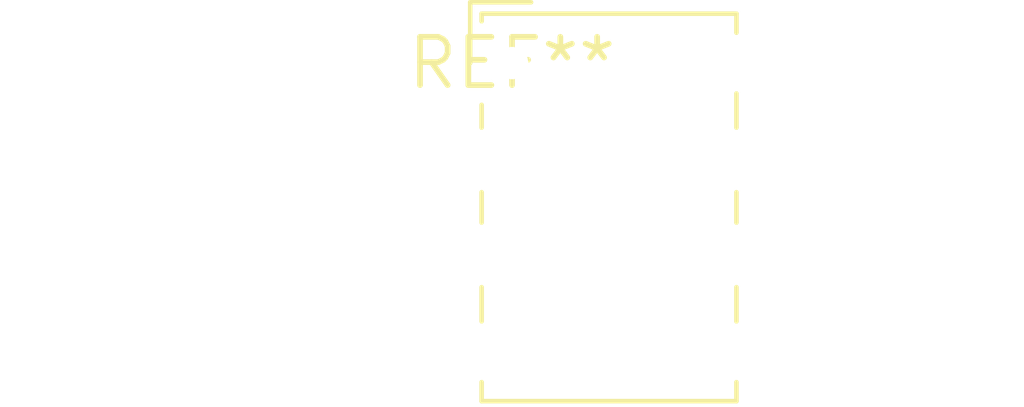
<source format=kicad_pcb>
(kicad_pcb (version 20240108) (generator pcbnew)
  (layers (0 "F.Cu" signal) (31 "B.Cu" signal) (34 "B.Paste" user) (35 "F.Paste" user) (36 "B.SilkS" user "B.Silkscreen") (37 "F.SilkS" user "F.Silkscreen") (38 "B.Mask" user) (39 "F.Mask" user) (44 "Edge.Cuts" user))
  (net 0 "")
  (footprint "Relay_DPDT_Omron_G6K-2P" (layer "F.Cu") (at 0 0)
    (property "Reference" "REF**")
    (property "Value" "Relay_DPDT_Omron_G6K-2P")
    (fp_line (start -1.1 -1.6) (end 0.5 -1.6) (layer "F.SilkS") (stroke (width 0.12)))
    (fp_line (start -1.1 0) (end -1.1 -1.6) (layer "F.SilkS") (stroke (width 0.12)))
    (fp_line (start -0.8 -1.3) (end -0.8 -1.1) (layer "F.SilkS") (stroke (width 0.12)))
    (fp_line (start -0.8 -1.3) (end 5.9 -1.3) (layer "F.SilkS") (stroke (width 0.12)))
    (fp_line (start -0.8 1.7) (end -0.8 1.1) (layer "F.SilkS") (stroke (width 0.12)))
    (fp_line (start -0.8 4.2) (end -0.8 3.4) (layer "F.SilkS") (stroke (width 0.12)))
    (fp_line (start -0.8 6.8) (end -0.8 5.9) (layer "F.SilkS") (stroke (width 0.12)))
    (fp_line (start -0.8 8.9) (end -0.8 8.4) (layer "F.SilkS") (stroke (width 0.12)))
    (fp_line (start 5.9 -1.3) (end 5.9 -0.8) (layer "F.SilkS") (stroke (width 0.12)))
    (fp_line (start 5.9 0.8) (end 5.9 1.7) (layer "F.SilkS") (stroke (width 0.12)))
    (fp_line (start 5.9 3.4) (end 5.9 4.2) (layer "F.SilkS") (stroke (width 0.12)))
    (fp_line (start 5.9 5.9) (end 5.9 6.8) (layer "F.SilkS") (stroke (width 0.12)))
    (fp_line (start 5.9 8.4) (end 5.9 8.9) (layer "F.SilkS") (stroke (width 0.12)))
    (fp_line (start 5.9 8.9) (end -0.8 8.9) (layer "F.SilkS") (stroke (width 0.12)))
    (pad "1" thru_hole rect (at 0 0) (size 1.7 1.7) (drill 0.85) (layers *.Cu *.Mask) (remove_unused_layers))
    (pad "2" thru_hole circle (at 0 2.54) (size 1.7 1.7) (drill 0.85) (layers *.Cu *.Mask) (remove_unused_layers))
    (pad "3" thru_hole circle (at 0 5.08) (size 1.7 1.7) (drill 0.85) (layers *.Cu *.Mask) (remove_unused_layers))
    (pad "4" thru_hole circle (at 0 7.62) (size 1.7 1.7) (drill 0.85) (layers *.Cu *.Mask) (remove_unused_layers))
    (pad "5" thru_hole circle (at 5.08 7.62) (size 1.7 1.7) (drill 0.85) (layers *.Cu *.Mask) (remove_unused_layers))
    (pad "6" thru_hole circle (at 5.08 5.08) (size 1.7 1.7) (drill 0.85) (layers *.Cu *.Mask) (remove_unused_layers))
    (pad "7" thru_hole circle (at 5.08 2.54) (size 1.7 1.7) (drill 0.85) (layers *.Cu *.Mask) (remove_unused_layers))
    (pad "8" thru_hole circle (at 5.08 0) (size 1.7 1.7) (drill 0.85) (layers *.Cu *.Mask) (remove_unused_layers))
  )
)
</source>
